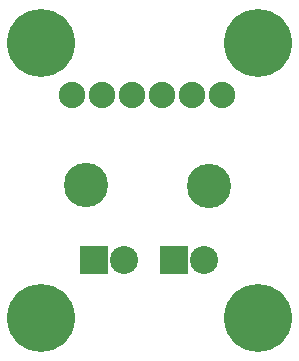
<source format=gbs>
G04 MADE WITH FRITZING*
G04 WWW.FRITZING.ORG*
G04 DOUBLE SIDED*
G04 HOLES PLATED*
G04 CONTOUR ON CENTER OF CONTOUR VECTOR*
%FSLAX26Y26*%
%MOIN*%
%ADD10C,0.226536*%
%ADD11C,0.093307*%
%ADD12C,0.088000*%
%ADD13C,0.147795*%
%ADD14R,0.093307X0.093307*%
G04 MASK0*
%FSLAX26Y26*%
%MOIN*%
D10*
X853041Y130880D03*
X130901Y1049957D03*
X853390Y1049870D03*
D11*
X306421Y325003D03*
X406421Y325003D03*
X575163Y325412D03*
X675163Y325412D03*
D12*
X232480Y876093D03*
X332485Y876093D03*
X432489Y876093D03*
X532493Y876093D03*
X632497Y876093D03*
X732501Y876093D03*
D13*
X281437Y574913D03*
X690502Y572171D03*
D10*
X130990Y131200D03*
D14*
X306421Y325003D03*
X575164Y325412D03*
G04 End of Mask0*
M02*
</source>
